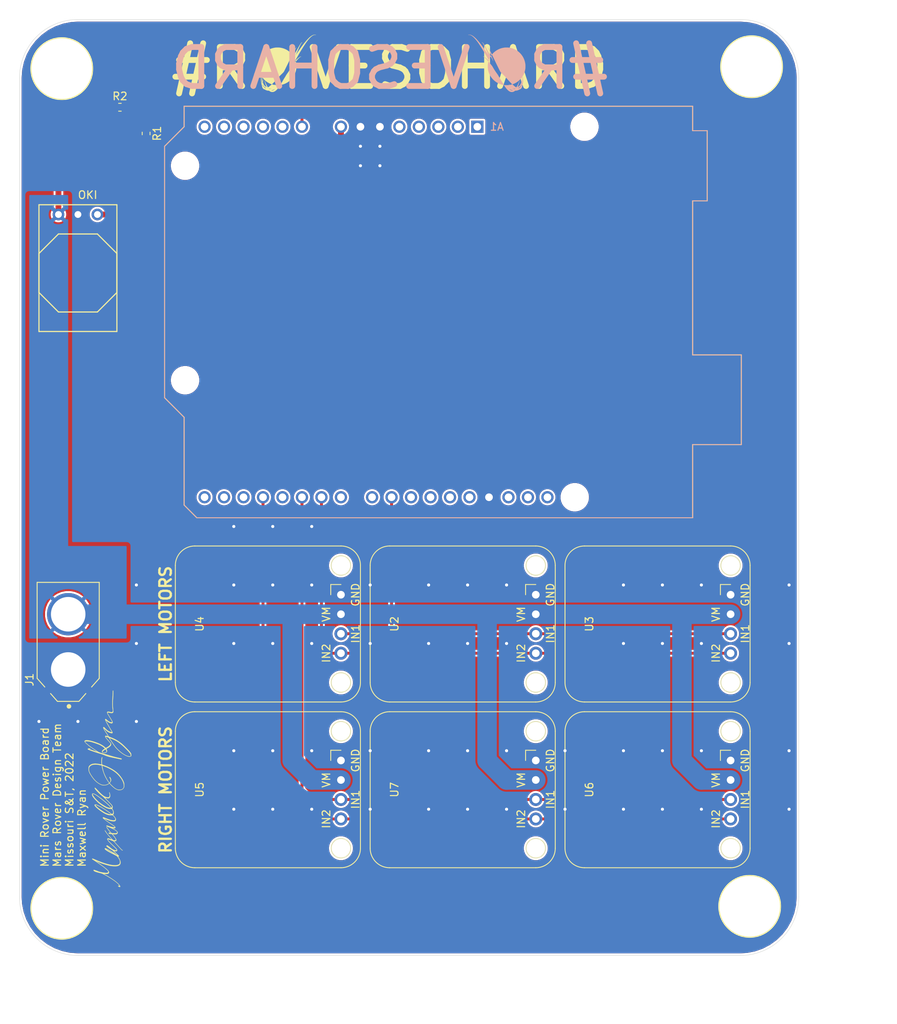
<source format=kicad_pcb>
(kicad_pcb (version 20171130) (host pcbnew "(5.1.6)-1")
  (layers (0 F.Cu signal) (31 B.Cu signal) (34 B.Paste user) (35 F.Paste user) (36 B.SilkS user) (37 F.SilkS user) (38 B.Mask user) (39 F.Mask user) (44 Edge.Cuts user))
  (net 0 "")
  (net 1 GND)
  (net 2 /motorControllers/RIN2)
  (net 3 /motorControllers/RIN1)
  (net 4 /motorControllers/LIN2)
  (net 5 /motorControllers/LIN1)
  (net 6 "Net-(A1-Pad9)")
  (net 7 +5V)
  (net 8 +12V)
  (net 9 "Net-(A1-Pad16)")
  (net 10 "Net-(A1-Pad15)")
  (net 11 "Net-(A1-Pad30)")
  (net 12 "Net-(A1-Pad14)")
  (net 13 "Net-(A1-Pad28)")
  (net 14 "Net-(A1-Pad27)")
  (net 15 "Net-(A1-Pad26)")
  (net 16 "Net-(A1-Pad25)")
  (net 17 "Net-(A1-Pad23)")
  (net 18 "Net-(A1-Pad22)")
  (net 19 "Net-(A1-Pad5)")
  (net 20 "Net-(A1-Pad4)")
  (net 21 "Net-(A1-Pad19)")
  (net 22 "Net-(A1-Pad3)")
  (net 23 "Net-(A1-Pad2)")
  (net 24 "Net-(A1-Pad17)")
  (net 25 "Net-(A1-Pad1)")
  (net 26 "Net-(A1-Pad31)")
  (net 27 "Net-(A1-Pad32)")
  (net 28 "Net-(A1-Pad13)")
  (net 29 "Net-(A1-Pad12)")
  (net 30 "Net-(A1-Pad11)")
  (net 31 "Net-(A1-Pad10)")
  (module MRDT_Silkscreens:0_MRDT_Logo_7.5mm (layer B.Cu) (at 176.53 20.955 180)
    (fp_text reference G*** hide)
    (fp_text value LOGO hide)
  )
  (module Module:Arduino_UNO_R3_WithMountingHoles (layer B.Cu) (at 173.99 29.21 180)
    (fp_text reference A1 (at -2.54 0) (layer B.SilkS) (effects (justify mirror)))
    (fp_text value Arduino_UNO_R3)
    (pad 32 thru_hole oval (at -9.14 -48.26 90) (size 1.6 1.6) (drill 1) (layers *.Cu *.Mask) (net 27 "Net-(A1-Pad32)"))
    (pad 31 thru_hole oval (at -6.6 -48.26 90) (size 1.6 1.6) (drill 1) (layers *.Cu *.Mask) (net 26 "Net-(A1-Pad31)"))
    (pad 1 thru_hole rect (at 0 0 90) (size 1.6 1.6) (drill 1) (layers *.Cu *.Mask) (net 25 "Net-(A1-Pad1)"))
    (pad 17 thru_hole oval (at 30.48 -48.26 90) (size 1.6 1.6) (drill 1) (layers *.Cu *.Mask) (net 24 "Net-(A1-Pad17)"))
    (pad 2 thru_hole oval (at 2.54 0 90) (size 1.6 1.6) (drill 1) (layers *.Cu *.Mask) (net 23 "Net-(A1-Pad2)"))
    (pad 18 thru_hole oval (at 27.94 -48.26 90) (size 1.6 1.6) (drill 1) (layers *.Cu *.Mask) (net 2 /motorControllers/RIN2))
    (pad 3 thru_hole oval (at 5.08 0 90) (size 1.6 1.6) (drill 1) (layers *.Cu *.Mask) (net 22 "Net-(A1-Pad3)"))
    (pad 19 thru_hole oval (at 25.4 -48.26 90) (size 1.6 1.6) (drill 1) (layers *.Cu *.Mask) (net 21 "Net-(A1-Pad19)"))
    (pad 4 thru_hole oval (at 7.62 0 90) (size 1.6 1.6) (drill 1) (layers *.Cu *.Mask) (net 20 "Net-(A1-Pad4)"))
    (pad 20 thru_hole oval (at 22.86 -48.26 90) (size 1.6 1.6) (drill 1) (layers *.Cu *.Mask) (net 3 /motorControllers/RIN1))
    (pad 5 thru_hole oval (at 10.16 0 90) (size 1.6 1.6) (drill 1) (layers *.Cu *.Mask) (net 19 "Net-(A1-Pad5)"))
    (pad 21 thru_hole oval (at 20.32 -48.26 90) (size 1.6 1.6) (drill 1) (layers *.Cu *.Mask) (net 4 /motorControllers/LIN2))
    (pad 6 thru_hole oval (at 12.7 0 90) (size 1.6 1.6) (drill 1) (layers *.Cu *.Mask) (net 1 GND))
    (pad 22 thru_hole oval (at 17.78 -48.26 90) (size 1.6 1.6) (drill 1) (layers *.Cu *.Mask) (net 18 "Net-(A1-Pad22)"))
    (pad 7 thru_hole oval (at 15.24 0 90) (size 1.6 1.6) (drill 1) (layers *.Cu *.Mask) (net 1 GND))
    (pad 23 thru_hole oval (at 13.72 -48.26 90) (size 1.6 1.6) (drill 1) (layers *.Cu *.Mask) (net 17 "Net-(A1-Pad23)"))
    (pad 8 thru_hole oval (at 17.78 0 90) (size 1.6 1.6) (drill 1) (layers *.Cu *.Mask) (net 7 +5V))
    (pad 24 thru_hole oval (at 11.18 -48.26 90) (size 1.6 1.6) (drill 1) (layers *.Cu *.Mask) (net 5 /motorControllers/LIN1))
    (pad 9 thru_hole oval (at 22.86 0 90) (size 1.6 1.6) (drill 1) (layers *.Cu *.Mask) (net 6 "Net-(A1-Pad9)"))
    (pad 25 thru_hole oval (at 8.64 -48.26 90) (size 1.6 1.6) (drill 1) (layers *.Cu *.Mask) (net 16 "Net-(A1-Pad25)"))
    (pad 10 thru_hole oval (at 25.4 0 90) (size 1.6 1.6) (drill 1) (layers *.Cu *.Mask) (net 31 "Net-(A1-Pad10)"))
    (pad 26 thru_hole oval (at 6.1 -48.26 90) (size 1.6 1.6) (drill 1) (layers *.Cu *.Mask) (net 15 "Net-(A1-Pad26)"))
    (pad 11 thru_hole oval (at 27.94 0 90) (size 1.6 1.6) (drill 1) (layers *.Cu *.Mask) (net 30 "Net-(A1-Pad11)"))
    (pad 27 thru_hole oval (at 3.56 -48.26 90) (size 1.6 1.6) (drill 1) (layers *.Cu *.Mask) (net 14 "Net-(A1-Pad27)"))
    (pad 12 thru_hole oval (at 30.48 0 90) (size 1.6 1.6) (drill 1) (layers *.Cu *.Mask) (net 29 "Net-(A1-Pad12)"))
    (pad 28 thru_hole oval (at 1.02 -48.26 90) (size 1.6 1.6) (drill 1) (layers *.Cu *.Mask) (net 13 "Net-(A1-Pad28)"))
    (pad 13 thru_hole oval (at 33.02 0 90) (size 1.6 1.6) (drill 1) (layers *.Cu *.Mask) (net 28 "Net-(A1-Pad13)"))
    (pad 29 thru_hole oval (at -1.52 -48.26 90) (size 1.6 1.6) (drill 1) (layers *.Cu *.Mask) (net 1 GND))
    (pad 14 thru_hole oval (at 35.56 0 90) (size 1.6 1.6) (drill 1) (layers *.Cu *.Mask) (net 12 "Net-(A1-Pad14)"))
    (pad 30 thru_hole oval (at -4.06 -48.26 90) (size 1.6 1.6) (drill 1) (layers *.Cu *.Mask) (net 11 "Net-(A1-Pad30)"))
    (pad 15 thru_hole oval (at 35.56 -48.26 90) (size 1.6 1.6) (drill 1) (layers *.Cu *.Mask) (net 10 "Net-(A1-Pad15)"))
    (pad 16 thru_hole oval (at 33.02 -48.26 90) (size 1.6 1.6) (drill 1) (layers *.Cu *.Mask) (net 9 "Net-(A1-Pad16)"))
    (pad "" np_thru_hole circle (at -13.97 0 90) (size 3.2 3.2) (drill 3.2) (layers *.Cu *.Mask))
    (pad "" np_thru_hole circle (at -12.7 -48.26 90) (size 3.200001 3.200001) (drill 3.200001) (layers *.Cu *.Mask))
    (pad "" np_thru_hole circle (at 38.1 -33.02 90) (size 3.2 3.2) (drill 3.2) (layers *.Cu *.Mask))
    (pad "" np_thru_hole circle (at 38.1 -5.08 90) (size 3.2 3.2) (drill 3.2) (layers *.Cu *.Mask))
  )
  (module miniRover2022:maxsignature (layer F.Cu) (at 125.73 115.57 90)
    (fp_text reference G*** hide)
    (fp_text value LOGO hide)
  )
  (module miniRover2022:DRV8871-Breakout-PCB (layer F.Cu) (at 156.21 111.76 90)
    (fp_text reference U5 (at -3.81 -18.415 90) (layer F.SilkS))
    (fp_text value DRV8871-Breakout-PCB)
    (fp_text user IN2 (at -7.62 -1.905 90) (layer F.SilkS))
    (fp_text user IN1 (at -5.08 1.905 90) (layer F.SilkS))
    (fp_text user VM (at -2.54 -1.905 90) (layer F.SilkS))
    (fp_text user GND (at 0 1.905 90) (layer F.SilkS))
    (pad 2 thru_hole oval (at -2.54 0) (size 1.7 1.7) (drill 1) (layers *.Cu *.Mask) (net 8 +12V))
    (pad 1 thru_hole rect (at 0 0) (size 1.7 1.7) (drill 1) (layers *.Cu *.Mask) (net 1 GND))
    (pad 4 thru_hole oval (at -7.62 0) (size 1.7 1.7) (drill 1) (layers *.Cu *.Mask) (net 2 /motorControllers/RIN2))
    (pad 3 thru_hole oval (at -5.08 0) (size 1.7 1.7) (drill 1) (layers *.Cu *.Mask) (net 3 /motorControllers/RIN1))
  )
  (module miniRover2022:DRV8871-Breakout-PCB (layer F.Cu) (at 181.61 90.17 90)
    (fp_text reference U2 (at -3.81 -18.415 90) (layer F.SilkS))
    (fp_text value DRV8871-Breakout-PCB)
    (fp_text user IN2 (at -7.62 -1.905 90) (layer F.SilkS))
    (fp_text user IN1 (at -5.08 1.905 90) (layer F.SilkS))
    (fp_text user VM (at -2.54 -1.905 90) (layer F.SilkS))
    (fp_text user GND (at 0 1.905 90) (layer F.SilkS))
    (pad 2 thru_hole oval (at -2.54 0) (size 1.7 1.7) (drill 1) (layers *.Cu *.Mask) (net 8 +12V))
    (pad 1 thru_hole rect (at 0 0) (size 1.7 1.7) (drill 1) (layers *.Cu *.Mask) (net 1 GND))
    (pad 4 thru_hole oval (at -7.62 0) (size 1.7 1.7) (drill 1) (layers *.Cu *.Mask) (net 4 /motorControllers/LIN2))
    (pad 3 thru_hole oval (at -5.08 0) (size 1.7 1.7) (drill 1) (layers *.Cu *.Mask) (net 5 /motorControllers/LIN1))
  )
  (module MRDT_Drill_Holes:4_40_Hole_Corner (layer F.Cu) (at 205.49 126.75 270)
    (fp_text reference REF** hide)
    (fp_text value 4_40_Hole hide)
    (pad "" np_thru_hole circle (at 4.00812 -4.00812 270) (size 2.9464 2.9464) (drill 2.9464) (layers *.Cu *.Mask) (clearance 2.5))
  )
  (module MRDT_Drill_Holes:4_40_Hole_Corner (layer F.Cu) (at 123.825 127 180)
    (fp_text reference REF** hide)
    (fp_text value 4_40_Hole hide)
    (pad "" np_thru_hole circle (at 4.00812 -4.00812 180) (size 2.9464 2.9464) (drill 2.9464) (layers *.Cu *.Mask) (clearance 2.5))
  )
  (module MRDT_Drill_Holes:4_40_Hole_Corner (layer F.Cu) (at 123.825 25.65 90)
    (fp_text reference REF** hide)
    (fp_text value 4_40_Hole hide)
    (pad "" np_thru_hole circle (at 4.00812 -4.00812 90) (size 2.9464 2.9464) (drill 2.9464) (layers *.Cu *.Mask) (clearance 2.5))
  )
  (module MRDT_Drill_Holes:4_40_Hole_Corner (layer F.Cu) (at 205.74 25.4)
    (fp_text reference REF** hide)
    (fp_text value 4_40_Hole hide)
    (pad "" np_thru_hole circle (at 4.00812 -4.00812) (size 2.9464 2.9464) (drill 2.9464) (layers *.Cu *.Mask) (clearance 2.5))
  )
  (module MRDT_Silkscreens:0_MRDT_Logo_7.5mm (layer F.Cu) (at 149.225 20.955)
    (fp_text reference G*** hide)
    (fp_text value LOGO hide)
  )
  (module miniRover2022:DRV8871-Breakout-PCB (layer F.Cu) (at 181.61 111.76 90)
    (fp_text reference U7 (at -3.81 -18.415 90) (layer F.SilkS))
    (fp_text value DRV8871-Breakout-PCB)
    (fp_text user IN2 (at -7.62 -1.905 90) (layer F.SilkS))
    (fp_text user IN1 (at -5.08 1.905 90) (layer F.SilkS))
    (fp_text user VM (at -2.54 -1.905 90) (layer F.SilkS))
    (fp_text user GND (at 0 1.905 90) (layer F.SilkS))
    (pad 2 thru_hole oval (at -2.54 0) (size 1.7 1.7) (drill 1) (layers *.Cu *.Mask) (net 8 +12V))
    (pad 1 thru_hole rect (at 0 0) (size 1.7 1.7) (drill 1) (layers *.Cu *.Mask) (net 1 GND))
    (pad 4 thru_hole oval (at -7.62 0) (size 1.7 1.7) (drill 1) (layers *.Cu *.Mask) (net 2 /motorControllers/RIN2))
    (pad 3 thru_hole oval (at -5.08 0) (size 1.7 1.7) (drill 1) (layers *.Cu *.Mask) (net 3 /motorControllers/RIN1))
  )
  (module miniRover2022:DRV8871-Breakout-PCB (layer F.Cu) (at 207.01 111.76 90)
    (fp_text reference U6 (at -3.81 -18.415 90) (layer F.SilkS))
    (fp_text value DRV8871-Breakout-PCB)
    (fp_text user IN2 (at -7.62 -1.905 90) (layer F.SilkS))
    (fp_text user IN1 (at -5.08 1.905 90) (layer F.SilkS))
    (fp_text user VM (at -2.54 -1.905 90) (layer F.SilkS))
    (fp_text user GND (at 0 1.905 90) (layer F.SilkS))
    (pad 2 thru_hole oval (at -2.54 0) (size 1.7 1.7) (drill 1) (layers *.Cu *.Mask) (net 8 +12V))
    (pad 1 thru_hole rect (at 0 0) (size 1.7 1.7) (drill 1) (layers *.Cu *.Mask) (net 1 GND))
    (pad 4 thru_hole oval (at -7.62 0) (size 1.7 1.7) (drill 1) (layers *.Cu *.Mask) (net 2 /motorControllers/RIN2))
    (pad 3 thru_hole oval (at -5.08 0) (size 1.7 1.7) (drill 1) (layers *.Cu *.Mask) (net 3 /motorControllers/RIN1))
  )
  (module miniRover2022:DRV8871-Breakout-PCB (layer F.Cu) (at 156.21 90.17 90)
    (fp_text reference U4 (at -3.81 -18.415 90) (layer F.SilkS))
    (fp_text value DRV8871-Breakout-PCB)
    (fp_text user IN2 (at -7.62 -1.905 90) (layer F.SilkS))
    (fp_text user IN1 (at -5.08 1.905 90) (layer F.SilkS))
    (fp_text user VM (at -2.54 -1.905 90) (layer F.SilkS))
    (fp_text user GND (at 0 1.905 90) (layer F.SilkS))
    (pad 2 thru_hole oval (at -2.54 0) (size 1.7 1.7) (drill 1) (layers *.Cu *.Mask) (net 8 +12V))
    (pad 1 thru_hole rect (at 0 0) (size 1.7 1.7) (drill 1) (layers *.Cu *.Mask) (net 1 GND))
    (pad 4 thru_hole oval (at -7.62 0) (size 1.7 1.7) (drill 1) (layers *.Cu *.Mask) (net 4 /motorControllers/LIN2))
    (pad 3 thru_hole oval (at -5.08 0) (size 1.7 1.7) (drill 1) (layers *.Cu *.Mask) (net 5 /motorControllers/LIN1))
  )
  (module miniRover2022:DRV8871-Breakout-PCB (layer F.Cu) (at 207.01 90.17 90)
    (fp_text reference U3 (at -3.81 -18.415 90) (layer F.SilkS))
    (fp_text value DRV8871-Breakout-PCB)
    (fp_text user IN2 (at -7.62 -1.905 90) (layer F.SilkS))
    (fp_text user IN1 (at -5.08 1.905 90) (layer F.SilkS))
    (fp_text user VM (at -2.54 -1.905 90) (layer F.SilkS))
    (fp_text user GND (at 0 1.905 90) (layer F.SilkS))
    (pad 2 thru_hole oval (at -2.54 0) (size 1.7 1.7) (drill 1) (layers *.Cu *.Mask) (net 8 +12V))
    (pad 1 thru_hole rect (at 0 0) (size 1.7 1.7) (drill 1) (layers *.Cu *.Mask) (net 1 GND))
    (pad 4 thru_hole oval (at -7.62 0) (size 1.7 1.7) (drill 1) (layers *.Cu *.Mask) (net 4 /motorControllers/LIN2))
    (pad 3 thru_hole oval (at -5.08 0) (size 1.7 1.7) (drill 1) (layers *.Cu *.Mask) (net 5 /motorControllers/LIN1))
  )
  (module MRDT_Devices:OKI_Horizontal (layer F.Cu) (at 119.38 40.64)
    (fp_text reference U1 hide)
    (fp_text value OKI (at 3.81 -2.54) (layer F.SilkS))
    (pad 3 thru_hole circle (at 5.08 0) (size 1.524 1.524) (drill 0.889) (layers *.Cu *.Mask) (net 7 +5V))
    (pad 2 thru_hole circle (at 2.54 0) (size 1.524 1.524) (drill 0.889) (layers *.Cu *.Mask) (net 1 GND))
    (pad 1 thru_hole circle (at 0 0) (size 1.524 1.524) (drill 0.889) (layers *.Cu *.Mask) (net 8 +12V))
  )
  (module Resistor_SMD:R_0603_1608Metric_Pad1.05x0.95mm_HandSolder (layer F.Cu) (at 127.395 26.67)
    (fp_text reference R2 (at 0 -1.43) (layer F.SilkS))
    (fp_text value 2k)
    (pad 2 smd roundrect (at 0.875 0) (size 1.05 0.95) (layers F.Cu F.Paste F.Mask) (net 6 "Net-(A1-Pad9)"))
    (pad 1 smd roundrect (at -0.875 0) (size 1.05 0.95) (layers F.Cu F.Paste F.Mask) (net 8 +12V))
  )
  (module Resistor_SMD:R_0603_1608Metric_Pad1.05x0.95mm_HandSolder (layer F.Cu) (at 130.81 30.085 270)
    (fp_text reference R1 (at 0 -1.43 270) (layer F.SilkS))
    (fp_text value 1k)
    (pad 2 smd roundrect (at 0.875 0 270) (size 1.05 0.95) (layers F.Cu F.Paste F.Mask) (net 1 GND))
    (pad 1 smd roundrect (at -0.875 0 270) (size 1.05 0.95) (layers F.Cu F.Paste F.Mask) (net 6 "Net-(A1-Pad9)"))
  )
  (module miniRover2022:AMASS_XT60-M (layer F.Cu) (at 120.65 96.31 90)
    (fp_text reference J1 (at -4.92842 -5.03849 90) (layer F.SilkS) (effects (font (size 1.000693 1.000693))))
    (fp_text value XT60-M)
    (pad 1 thru_hole rect (at -3.6 0 90) (size 5.516 5.516) (drill 4.5) (layers *.Cu *.Mask) (net 1 GND))
    (pad 2 thru_hole circle (at 3.6 0 90) (size 5.516 5.516) (drill 4.5) (layers *.Cu *.Mask) (net 8 +12V))
  )
  (gr_text "#R  VESOHARD" (at 162.56 21.59) (layer B.SilkS) (effects (font (size 5.08 5.08) (thickness 0.762)) (justify mirror)))
  (gr_text "Mini Rover Power Board\nMars Rover Design Team\nMissouri S&T, 2022\nMaxwell Ryan" (at 120.015 125.73 90) (layer F.SilkS) (effects (font (size 1 1)) (justify left)))
  (gr_text "RIGHT MOTORS" (at 133.35 115.57 90) (layer F.SilkS) (effects (font (size 1.5 1.5) (thickness 0.3))))
  (gr_text "LEFT MOTORS" (at 133.35 93.98 90) (layer F.SilkS) (effects (font (size 1.5 1.5) (thickness 0.3))))
  (gr_circle (center 207.01 123.19) (end 207.01 121.92) (layer Edge.Cuts) (width 0.05))
  (gr_circle (center 181.61 107.95) (end 181.61 106.68) (layer Edge.Cuts) (width 0.05))
  (gr_circle (center 181.61 123.19) (end 181.61 121.92) (layer Edge.Cuts) (width 0.05))
  (gr_circle (center 156.21 107.95) (end 156.21 106.68) (layer Edge.Cuts) (width 0.05))
  (gr_circle (center 156.21 123.19) (end 156.21 121.92) (layer Edge.Cuts) (width 0.05))
  (gr_circle (center 156.21 86.36) (end 156.21 85.09) (layer Edge.Cuts) (width 0.05))
  (gr_circle (center 156.21 101.6) (end 156.21 100.33) (layer Edge.Cuts) (width 0.05))
  (gr_circle (center 181.61 101.6) (end 181.61 100.33) (layer Edge.Cuts) (width 0.05))
  (gr_circle (center 181.61 86.36) (end 181.61 85.09) (layer Edge.Cuts) (width 0.05))
  (gr_circle (center 207.01 86.36) (end 207.01 85.09) (layer Edge.Cuts) (width 0.05))
  (gr_circle (center 207.01 101.6) (end 207.01 100.33) (layer Edge.Cuts) (width 0.05))
  (gr_circle (center 207.01 107.95) (end 207.01 106.68) (layer Edge.Cuts) (width 0.05))
  (gr_line (start 114.3 22.86) (end 114.3 129.54) (layer Edge.Cuts) (width 0.05))
  (gr_arc (start 121.92 22.86) (end 121.92 15.24) (angle -90) (layer Edge.Cuts) (width 0.05))
  (gr_line (start 208.28 15.24) (end 121.92 15.24) (layer Edge.Cuts) (width 0.05))
  (gr_arc (start 121.92 129.54) (end 114.3 129.54) (angle -90) (layer Edge.Cuts) (width 0.05))
  (gr_line (start 208.28 137.16) (end 121.92 137.16) (layer Edge.Cuts) (width 0.05))
  (gr_arc (start 208.28 129.54) (end 208.28 137.16) (angle -90) (layer Edge.Cuts) (width 0.05))
  (gr_line (start 215.9 22.86) (end 215.9 129.54) (angle 90) (layer Edge.Cuts) (width 0.05))
  (gr_arc (start 208.28 22.86) (end 215.9 22.86) (angle -90) (layer Edge.Cuts) (width 0.05))
  (gr_text "#R  VESOHARD" (at 162.56 21.59) (layer F.SilkS) (effects (font (size 5.08 5.08) (thickness 0.762))))
  (segment (start 203.2 114.3) (end 207.01 114.3) (width 2.54) (layer B.Cu) (net 8))
  (segment (start 200.66 111.76) (end 203.2 114.3) (width 2.54) (layer B.Cu) (net 8))
  (segment (start 200.66 92.71) (end 200.66 111.76) (width 2.54) (layer B.Cu) (net 8))
  (segment (start 177.8 114.3) (end 181.61 114.3) (width 2.54) (layer B.Cu) (net 8))
  (segment (start 175.26 111.76) (end 177.8 114.3) (width 2.54) (layer B.Cu) (net 8))
  (segment (start 175.26 92.71) (end 175.26 111.76) (width 2.54) (layer B.Cu) (net 8))
  (via (at 198.12 118.11) (size 0.8) (drill 0.4) (layers F.Cu B.Cu) (net 1))
  (via (at 203.2 118.11) (size 0.8) (drill 0.4) (layers F.Cu B.Cu) (net 1))
  (via (at 203.2 110.49) (size 0.8) (drill 0.4) (layers F.Cu B.Cu) (net 1))
  (via (at 193.04 110.49) (size 0.8) (drill 0.4) (layers F.Cu B.Cu) (net 1))
  (via (at 198.12 110.49) (size 0.8) (drill 0.4) (layers F.Cu B.Cu) (net 1))
  (via (at 193.04 118.11) (size 0.8) (drill 0.4) (layers F.Cu B.Cu) (net 1))
  (via (at 167.64 110.49) (size 0.8) (drill 0.4) (layers F.Cu B.Cu) (net 1))
  (via (at 152.4 81.28) (size 0.8) (drill 0.4) (layers F.Cu B.Cu) (net 1))
  (via (at 152.4 88.9) (size 0.8) (drill 0.4) (layers F.Cu B.Cu) (net 1))
  (via (at 152.4 96.52) (size 0.8) (drill 0.4) (layers F.Cu B.Cu) (net 1))
  (via (at 147.32 88.9) (size 0.8) (drill 0.4) (layers F.Cu B.Cu) (net 1))
  (via (at 147.32 96.52) (size 0.8) (drill 0.4) (layers F.Cu B.Cu) (net 1))
  (via (at 142.24 88.9) (size 0.8) (drill 0.4) (layers F.Cu B.Cu) (net 1))
  (via (at 142.24 96.52) (size 0.8) (drill 0.4) (layers F.Cu B.Cu) (net 1))
  (via (at 147.32 81.28) (size 0.8) (drill 0.4) (layers F.Cu B.Cu) (net 1))
  (via (at 142.24 81.28) (size 0.8) (drill 0.4) (layers F.Cu B.Cu) (net 1))
  (via (at 172.72 96.52) (size 0.8) (drill 0.4) (layers F.Cu B.Cu) (net 1))
  (via (at 172.72 88.9) (size 0.8) (drill 0.4) (layers F.Cu B.Cu) (net 1))
  (via (at 177.8 88.9) (size 0.8) (drill 0.4) (layers F.Cu B.Cu) (net 1))
  (via (at 177.8 96.52) (size 0.8) (drill 0.4) (layers F.Cu B.Cu) (net 1))
  (via (at 167.64 96.52) (size 0.8) (drill 0.4) (layers F.Cu B.Cu) (net 1))
  (via (at 167.64 88.9) (size 0.8) (drill 0.4) (layers F.Cu B.Cu) (net 1))
  (via (at 160.02 88.9) (size 0.8) (drill 0.4) (layers F.Cu B.Cu) (net 1))
  (via (at 160.02 96.52) (size 0.8) (drill 0.4) (layers F.Cu B.Cu) (net 1))
  (via (at 203.2 96.52) (size 0.8) (drill 0.4) (layers F.Cu B.Cu) (net 1))
  (via (at 198.12 96.52) (size 0.8) (drill 0.4) (layers F.Cu B.Cu) (net 1))
  (via (at 193.04 96.52) (size 0.8) (drill 0.4) (layers F.Cu B.Cu) (net 1))
  (via (at 193.04 88.9) (size 0.8) (drill 0.4) (layers F.Cu B.Cu) (net 1))
  (via (at 198.12 88.9) (size 0.8) (drill 0.4) (layers F.Cu B.Cu) (net 1))
  (via (at 203.2 88.9) (size 0.8) (drill 0.4) (layers F.Cu B.Cu) (net 1))
  (via (at 214.63 118.11) (size 0.8) (drill 0.4) (layers F.Cu B.Cu) (net 1))
  (via (at 214.63 110.49) (size 0.8) (drill 0.4) (layers F.Cu B.Cu) (net 1))
  (via (at 214.63 96.52) (size 0.8) (drill 0.4) (layers F.Cu B.Cu) (net 1))
  (via (at 214.63 88.9) (size 0.8) (drill 0.4) (layers F.Cu B.Cu) (net 1))
  (via (at 160.02 118.11) (size 0.8) (drill 0.4) (layers F.Cu B.Cu) (net 1))
  (via (at 185.42 118.11) (size 0.8) (drill 0.4) (layers F.Cu B.Cu) (net 1))
  (via (at 152.4 118.11) (size 0.8) (drill 0.4) (layers F.Cu B.Cu) (net 1))
  (via (at 147.32 118.11) (size 0.8) (drill 0.4) (layers F.Cu B.Cu) (net 1))
  (via (at 142.24 118.11) (size 0.8) (drill 0.4) (layers F.Cu B.Cu) (net 1))
  (via (at 152.4 110.49) (size 0.8) (drill 0.4) (layers F.Cu B.Cu) (net 1))
  (via (at 147.32 110.49) (size 0.8) (drill 0.4) (layers F.Cu B.Cu) (net 1))
  (via (at 160.02 110.49) (size 0.8) (drill 0.4) (layers F.Cu B.Cu) (net 1))
  (via (at 185.42 110.49) (size 0.8) (drill 0.4) (layers F.Cu B.Cu) (net 1))
  (via (at 142.24 110.49) (size 0.8) (drill 0.4) (layers F.Cu B.Cu) (net 1))
  (via (at 167.64 118.11) (size 0.8) (drill 0.4) (layers F.Cu B.Cu) (net 1))
  (via (at 177.8 110.49) (size 0.8) (drill 0.4) (layers F.Cu B.Cu) (net 1))
  (via (at 177.8 118.11) (size 0.8) (drill 0.4) (layers F.Cu B.Cu) (net 1))
  (via (at 172.72 118.11) (size 0.8) (drill 0.4) (layers F.Cu B.Cu) (net 1))
  (via (at 172.72 110.49) (size 0.8) (drill 0.4) (layers F.Cu B.Cu) (net 1))
  (via (at 121.92 106.68) (size 0.8) (drill 0.4) (layers F.Cu B.Cu) (net 1))
  (via (at 116.84 106.68) (size 0.8) (drill 0.4) (layers F.Cu B.Cu) (net 1))
  (via (at 129.54 106.68) (size 0.8) (drill 0.4) (layers F.Cu B.Cu) (net 1))
  (via (at 129.54 96.52) (size 0.8) (drill 0.4) (layers F.Cu B.Cu) (net 1))
  (via (at 129.54 88.9) (size 0.8) (drill 0.4) (layers F.Cu B.Cu) (net 1))
  (via (at 158.75 31.75) (size 0.8) (drill 0.4) (layers F.Cu B.Cu) (net 1))
  (via (at 161.29 31.75) (size 0.8) (drill 0.4) (layers F.Cu B.Cu) (net 1))
  (via (at 158.75 34.29) (size 0.8) (drill 0.4) (layers F.Cu B.Cu) (net 1))
  (via (at 161.29 34.29) (size 0.8) (drill 0.4) (layers F.Cu B.Cu) (net 1))
  (segment (start 181.61 119.38) (end 156.21 119.38) (width 0.381) (layer F.Cu) (net 2))
  (segment (start 146.05 77.47) (end 146.05 118.11) (width 0.381) (layer F.Cu) (net 2))
  (segment (start 146.05 118.11) (end 147.32 119.38) (width 0.381) (layer F.Cu) (net 2))
  (segment (start 147.32 119.38) (end 156.21 119.38) (width 0.381) (layer F.Cu) (net 2))
  (segment (start 181.61 119.38) (end 207.01 119.38) (width 0.381) (layer F.Cu) (net 2))
  (segment (start 181.61 116.84) (end 207.01 116.84) (width 0.381) (layer F.Cu) (net 3))
  (segment (start 151.13 77.47) (end 151.13 115.57) (width 0.381) (layer F.Cu) (net 3))
  (segment (start 152.4 116.84) (end 156.21 116.84) (width 0.381) (layer F.Cu) (net 3))
  (segment (start 151.13 115.57) (end 152.4 116.84) (width 0.381) (layer F.Cu) (net 3))
  (segment (start 156.21 116.84) (end 181.61 116.84) (width 0.381) (layer F.Cu) (net 3))
  (segment (start 181.61 97.79) (end 207.01 97.79) (width 0.381) (layer F.Cu) (net 4))
  (segment (start 181.61 97.79) (end 156.21 97.79) (width 0.381) (layer F.Cu) (net 4))
  (segment (start 153.67 77.47) (end 153.67 96.52) (width 0.381) (layer F.Cu) (net 4))
  (segment (start 153.67 96.52) (end 154.94 97.79) (width 0.381) (layer F.Cu) (net 4))
  (segment (start 154.94 97.79) (end 156.21 97.79) (width 0.381) (layer F.Cu) (net 4))
  (segment (start 207.01 95.25) (end 181.61 95.25) (width 0.381) (layer F.Cu) (net 5))
  (segment (start 162.81 94.23) (end 163.83 95.25) (width 0.381) (layer F.Cu) (net 5))
  (segment (start 162.81 77.47) (end 162.81 94.23) (width 0.381) (layer F.Cu) (net 5))
  (segment (start 181.61 95.25) (end 163.83 95.25) (width 0.381) (layer F.Cu) (net 5))
  (segment (start 163.83 95.25) (end 156.21 95.25) (width 0.381) (layer F.Cu) (net 5))
  (segment (start 128.27 26.67) (end 129.54 26.67) (width 0.381) (layer F.Cu) (net 6))
  (segment (start 129.54 26.67) (end 130.81 27.94) (width 0.381) (layer F.Cu) (net 6))
  (segment (start 130.81 27.94) (end 130.81 29.21) (width 0.381) (layer F.Cu) (net 6))
  (segment (start 129.54 26.67) (end 149.86 26.67) (width 0.381) (layer F.Cu) (net 6))
  (segment (start 149.86 26.67) (end 151.13 27.94) (width 0.381) (layer F.Cu) (net 6))
  (segment (start 151.13 27.94) (end 151.13 29.21) (width 0.381) (layer F.Cu) (net 6))
  (segment (start 124.46 40.64) (end 154.94 40.64) (width 0.762) (layer F.Cu) (net 7))
  (segment (start 154.94 40.64) (end 156.21 39.37) (width 0.762) (layer F.Cu) (net 7))
  (segment (start 156.21 39.37) (end 156.21 29.21) (width 0.762) (layer F.Cu) (net 7))
  (segment (start 126.52 26.67) (end 120.65 26.67) (width 0.762) (layer F.Cu) (net 8))
  (segment (start 120.65 26.67) (end 119.38 27.94) (width 0.762) (layer F.Cu) (net 8))
  (segment (start 119.38 27.94) (end 119.38 40.64) (width 0.762) (layer F.Cu) (net 8))
  (segment (start 125.73 92.71) (end 120.65 92.71) (width 2.54) (layer B.Cu) (net 8))
  (segment (start 149.86 92.71) (end 149.86 111.76) (width 2.54) (layer B.Cu) (net 8))
  (segment (start 149.86 92.71) (end 125.73 92.71) (width 2.54) (layer B.Cu) (net 8))
  (segment (start 149.86 111.76) (end 152.4 114.3) (width 2.54) (layer B.Cu) (net 8))
  (segment (start 152.4 114.3) (end 156.21 114.3) (width 2.54) (layer B.Cu) (net 8))
  (segment (start 207.01 92.71) (end 149.86 92.71) (width 2.54) (layer B.Cu) (net 8))
  (zone (net 1) (net_name GND) (layer B.Cu) (connect_pads yes (clearance 0.254)) (min_thickness 0.254) (fill yes (arc_segments 32) (thermal_gap 0.508) (thermal_bridge_width 0.508))
    (polygon (pts (xy 220.98 139.7) (xy 111.76 139.7) (xy 111.76 12.7) (xy 220.98 12.7)))
  )
  (zone (net 1) (net_name GND) (layer F.Cu) (connect_pads yes (clearance 0.254)) (min_thickness 0.254) (fill yes (arc_segments 32) (thermal_gap 0.508) (thermal_bridge_width 0.508))
    (polygon (pts (xy 220.98 139.7) (xy 111.76 139.7) (xy 111.76 12.7) (xy 220.98 12.7)))
  )
  (zone (net 8) (net_name +12V) (layer B.Cu) (priority 1) (connect_pads (clearance 0.508)) (min_thickness 0.254) (fill yes (arc_segments 32) (thermal_gap 0.508) (thermal_bridge_width 0.508))
    (polygon (pts (xy 120.65 83.82) (xy 128.27 83.82) (xy 128.27 95.885) (xy 115.57 95.885) (xy 115.57 38.1) (xy 120.65 38.1)))
  )
)
</source>
